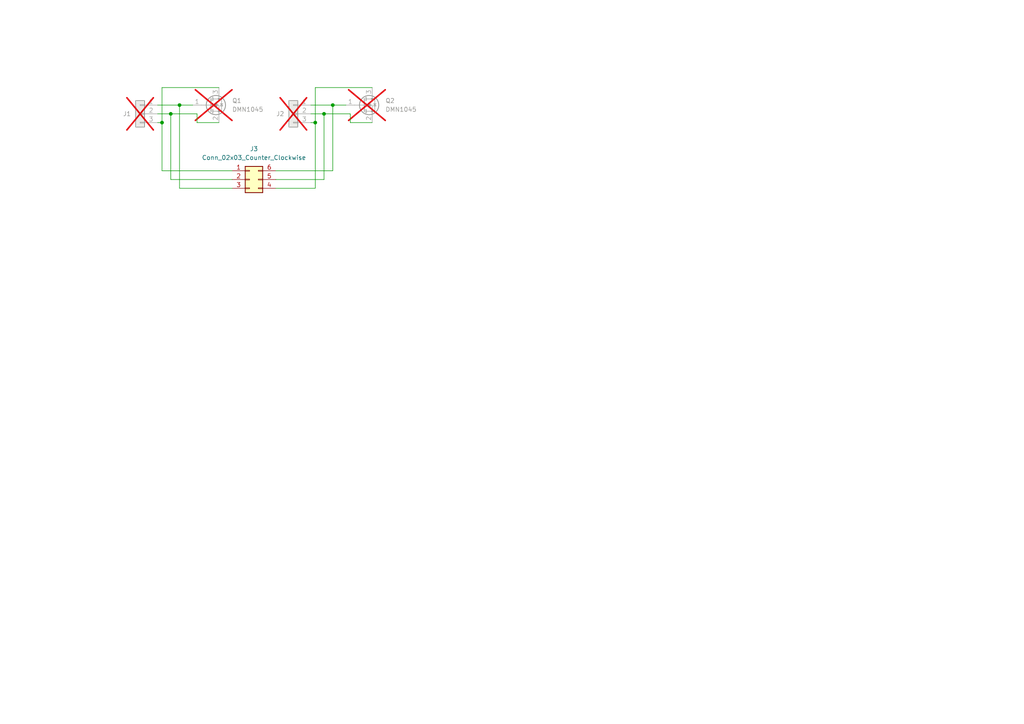
<source format=kicad_sch>
(kicad_sch (version 20250114) (generator "eeschema") (generator_version "9.0")
  (paper "A4")
  (lib_symbols
    (symbol "Connector_Generic:Conn_01x03" (pin_names (offset 1.016) (hide yes))
      (property "Reference" "J" (at 0 5.08 0))
      (property "Value" "Conn_01x03" (at 0 -5.08 0))
      (symbol "Conn_01x03_1_1"
        (rectangle (start -1.27 3.81) (end 1.27 -3.81) (stroke (width 0.254)) (fill (type background)))
        (rectangle (start -1.27 2.667) (end 0 2.413) (stroke (width 0.1524)))
        (rectangle (start -1.27 0.127) (end 0 -0.127) (stroke (width 0.1524)))
        (rectangle (start -1.27 -2.413) (end 0 -2.667) (stroke (width 0.1524)))
        (pin passive line (at -5.08 2.54 0) (length 3.81) (name "Pin_1") (number "1"))
        (pin passive line (at -5.08 0 0) (length 3.81) (name "Pin_2") (number "2"))
        (pin passive line (at -5.08 -2.54 0) (length 3.81) (name "Pin_3") (number "3"))
      )
    )
    (symbol "Connector_Generic:Conn_02x03_Counter_Clockwise" (pin_names (offset 1.016) (hide yes))
      (property "Reference" "J" (at 1.27 5.08 0))
      (property "Value" "Conn_02x03_Counter_Clockwise" (at 1.27 -5.08 0))
      (symbol "Conn_02x03_Counter_Clockwise_1_1"
        (rectangle (start -1.27 3.81) (end 3.81 -3.81) (stroke (width 0.254)) (fill (type background)))
        (rectangle (start -1.27 2.667) (end 0 2.413) (stroke (width 0.1524)))
        (rectangle (start -1.27 0.127) (end 0 -0.127) (stroke (width 0.1524)))
        (rectangle (start -1.27 -2.413) (end 0 -2.667) (stroke (width 0.1524)))
        (rectangle (start 3.81 2.667) (end 2.54 2.413) (stroke (width 0.1524)))
        (rectangle (start 3.81 0.127) (end 2.54 -0.127) (stroke (width 0.1524)))
        (rectangle (start 3.81 -2.413) (end 2.54 -2.667) (stroke (width 0.1524)))
        (pin passive line (at -5.08 2.54 0) (length 3.81) (name "Pin_1") (number "1"))
        (pin passive line (at -5.08 0 0) (length 3.81) (name "Pin_2") (number "2"))
        (pin passive line (at -5.08 -2.54 0) (length 3.81) (name "Pin_3") (number "3"))
        (pin passive line (at 7.62 2.54 180) (length 3.81) (name "Pin_6") (number "6"))
        (pin passive line (at 7.62 0 180) (length 3.81) (name "Pin_5") (number "5"))
        (pin passive line (at 7.62 -2.54 180) (length 3.81) (name "Pin_4") (number "4"))
      )
    )
    (symbol "PartsBox:DMN1045UFR4-7" (pin_names (offset 0) (hide yes))
      (property "Reference" "Q" (at 5.08 1.905 0))
      (property "Value" "Q_NMOS_GSD" (at 5.08 0 0))
      (symbol "DMN1045UFR4-7_0_1"
        (polyline (pts (xy 0.254 1.905) (xy 0.254 -1.905)) (stroke (width 0.254)))
        (polyline (pts (xy 0.254 0) (xy -2.54 0)))
        (polyline (pts (xy 0.762 2.286) (xy 0.762 1.27)) (stroke (width 0.254)))
        (polyline (pts (xy 0.762 0.508) (xy 0.762 -0.508)) (stroke (width 0.254)))
        (polyline (pts (xy 0.762 -1.27) (xy 0.762 -2.286)) (stroke (width 0.254)))
        (polyline (pts (xy 0.762 -1.778) (xy 3.302 -1.778) (xy 3.302 1.778) (xy 0.762 1.778)))
        (polyline (pts (xy 1.016 0) (xy 2.032 0.381) (xy 2.032 -0.381) (xy 1.016 0)) (fill (type outline)))
        (circle (center 1.651 0) (radius 2.794) (stroke (width 0.254)))
        (polyline (pts (xy 2.54 2.54) (xy 2.54 1.778)))
        (circle (center 2.54 1.778) (radius 0.254) (fill (type outline)))
        (circle (center 2.54 -1.778) (radius 0.254) (fill (type outline)))
        (polyline (pts (xy 2.54 -2.54) (xy 2.54 0) (xy 0.762 0)))
        (polyline (pts (xy 2.921 0.381) (xy 3.683 0.381)))
        (polyline (pts (xy 3.302 0.381) (xy 2.921 -0.254) (xy 3.683 -0.254) (xy 3.302 0.381)))
      )
      (symbol "DMN1045UFR4-7_1_1"
        (pin input line (at -5.08 0 0) (length 2.54) (name "G") (number "1"))
        (pin passive line (at 2.54 5.08 270) (length 2.54) (name "D") (number "3"))
        (pin passive line (at 2.54 -5.08 90) (length 2.54) (name "S") (number "2"))
      )
    )
  )
  (junction (at 96.52 30.48))
  (junction (at 46.99 35.56))
  (junction (at 93.98 33.02))
  (junction (at 91.44 35.56))
  (junction (at 49.53 33.02))
  (junction (at 52.07 30.48))
  (wire (pts (xy 49.53 33.02) (xy 57.15 33.02)))
  (wire (pts (xy 45.72 30.48) (xy 52.07 30.48)))
  (wire (pts (xy 46.99 35.56) (xy 45.72 35.56)))
  (wire (pts (xy 46.99 25.4) (xy 46.99 35.56)))
  (wire (pts (xy 80.01 54.61) (xy 91.44 54.61)))
  (wire (pts (xy 107.95 35.56) (xy 101.6 35.56)))
  (wire (pts (xy 96.52 49.53) (xy 96.52 30.48)))
  (wire (pts (xy 45.72 33.02) (xy 49.53 33.02)))
  (wire (pts (xy 57.15 35.56) (xy 57.15 33.02)))
  (wire (pts (xy 67.31 54.61) (xy 52.07 54.61)))
  (wire (pts (xy 91.44 25.4) (xy 91.44 35.56)))
  (wire (pts (xy 67.31 52.07) (xy 49.53 52.07)))
  (wire (pts (xy 63.5 35.56) (xy 57.15 35.56)))
  (wire (pts (xy 90.17 33.02) (xy 93.98 33.02)))
  (wire (pts (xy 80.01 52.07) (xy 93.98 52.07)))
  (wire (pts (xy 107.95 25.4) (xy 91.44 25.4)))
  (wire (pts (xy 96.52 30.48) (xy 100.33 30.48)))
  (wire (pts (xy 90.17 30.48) (xy 96.52 30.48)))
  (wire (pts (xy 80.01 49.53) (xy 96.52 49.53)))
  (wire (pts (xy 93.98 52.07) (xy 93.98 33.02)))
  (wire (pts (xy 67.31 49.53) (xy 46.99 49.53)))
  (wire (pts (xy 91.44 54.61) (xy 91.44 35.56)))
  (wire (pts (xy 93.98 33.02) (xy 101.6 33.02)))
  (wire (pts (xy 63.5 25.4) (xy 46.99 25.4)))
  (wire (pts (xy 49.53 52.07) (xy 49.53 33.02)))
  (wire (pts (xy 52.07 54.61) (xy 52.07 30.48)))
  (wire (pts (xy 91.44 35.56) (xy 90.17 35.56)))
  (wire (pts (xy 46.99 49.53) (xy 46.99 35.56)))
  (wire (pts (xy 52.07 30.48) (xy 55.88 30.48)))
  (wire (pts (xy 101.6 35.56) (xy 101.6 33.02)))
  (symbol (lib_id "Connector_Generic:Conn_01x03") (at 85.09 33.02 0) (mirror y) (unit 1) (in_bom no) (dnp yes)
    (property "Reference" "J2" (at 81.28 33.02 0))
    (property "Value" "Conn_01x03" (effects (hide yes)))
    (property "Footprint" "Connector_PinHeader_2.54mm:PinHeader_1x03_P2.54mm_Vertical" (effects (hide yes)))
    (property "Description" "Generic connector, single row, 01x03, script generated (kicad-library-utils/schlib/autogen/connector/)" (effects (hide yes)))
  )
  (symbol (lib_id "Connector_Generic:Conn_02x03_Counter_Clockwise") (at 72.39 52.07 0) (unit 1)
    (property "Reference" "J3" (at 73.66 43.18 0))
    (property "Value" "Conn_02x03_Counter_Clockwise" (at 73.66 45.72 0))
    (property "Footprint" "Package_TO_SOT_SMD:SOT-963" (effects (hide yes)))
    (property "Description" "Generic connector, double row, 02x03, counter clockwise pin numbering scheme (similar to DIP package numbering), script generated (kicad-library-utils/schlib/autogen/connector/)" (effects (hide yes)))
  )
  (symbol (lib_id "PartsBox:DMN1045UFR4-7") (at 105.41 30.48 0) (unit 1) (in_bom no) (dnp yes)
    (property "Reference" "Q2" (at 111.76 29.2099 0) (effects (justify left)))
    (property "Value" "DMN1045" (at 111.76 31.7499 0) (effects (justify left)))
    (property "Footprint" "Package_DFN_QFN:Diodes_X2-DFN1010-3" (effects (hide yes)))
    (property "Datasheet" "https://partsbox.com/I7dhpjys0qahdqam6q029mwrk2b" (effects (hide yes)))
    (property "Description" "Mosfet, N-Ch, 12V, 3.2A, X2-Dfn1010 Rohs Compliant: Yes |Diodes Inc. DMN1045UFR4-7" (effects (hide yes)))
    (property "Type" "Linked" (effects (hide yes)))
    (property "Manufacturer" "Diodes Inc." (effects (hide yes)))
    (property "FT Rotation Offset" "-90" (effects (hide yes)))
    (property "MPN" "DMN1045UFR4-7" (effects (hide yes)))
    (property "PartsBox ID" "7dhpjys0qahdqam6q029mwrk2b" (effects (hide yes)))
    (property "JLCPCB Part No." "C460988" (effects (hide yes)))
  )
  (symbol (lib_id "PartsBox:DMN1045UFR4-7") (at 60.96 30.48 0) (unit 1) (in_bom no) (dnp yes)
    (property "Reference" "Q1" (at 67.31 29.2099 0) (effects (justify left)))
    (property "Value" "DMN1045" (at 67.31 31.7499 0) (effects (justify left)))
    (property "Footprint" "Package_DFN_QFN:Diodes_X2-DFN1010-3" (effects (hide yes)))
    (property "Datasheet" "https://partsbox.com/I7dhpjys0qahdqam6q029mwrk2b" (effects (hide yes)))
    (property "Description" "Mosfet, N-Ch, 12V, 3.2A, X2-Dfn1010 Rohs Compliant: Yes |Diodes Inc. DMN1045UFR4-7" (effects (hide yes)))
    (property "Type" "Linked" (effects (hide yes)))
    (property "Manufacturer" "Diodes Inc." (effects (hide yes)))
    (property "FT Rotation Offset" "-90" (effects (hide yes)))
    (property "MPN" "DMN1045UFR4-7" (effects (hide yes)))
    (property "PartsBox ID" "7dhpjys0qahdqam6q029mwrk2b" (effects (hide yes)))
    (property "JLCPCB Part No." "C460988" (effects (hide yes)))
  )
  (symbol (lib_id "Connector_Generic:Conn_01x03") (at 40.64 33.02 0) (mirror y) (unit 1) (in_bom no) (dnp yes)
    (property "Reference" "J1" (at 36.83 33.02 0))
    (property "Value" "Conn_01x03" (effects (hide yes)))
    (property "Footprint" "Connector_PinHeader_2.54mm:PinHeader_1x03_P2.54mm_Vertical" (effects (hide yes)))
    (property "Description" "Generic connector, single row, 01x03, script generated (kicad-library-utils/schlib/autogen/connector/)" (effects (hide yes)))
  )
)
</source>
